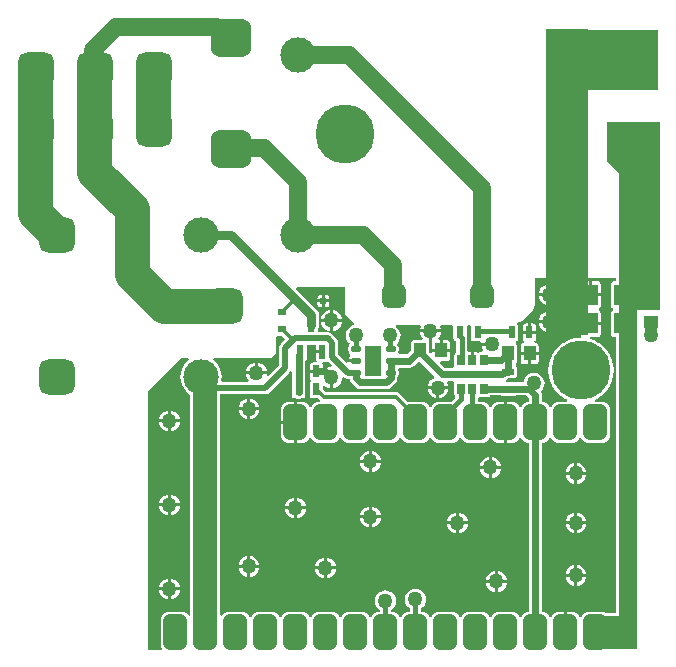
<source format=gtl>
G04 Layer_Physical_Order=1*
G04 Layer_Color=255*
%FSAX24Y24*%
%MOIN*%
G70*
G01*
G75*
%ADD10C,0.0157*%
%ADD11R,0.0197X0.0197*%
%ADD12R,0.0236X0.0394*%
%ADD13R,0.0394X0.0512*%
%ADD14R,0.0394X0.0236*%
%ADD15R,0.0256X0.0354*%
G04:AMPARAMS|DCode=16|XSize=17.7mil|YSize=33.5mil|CornerRadius=4.4mil|HoleSize=0mil|Usage=FLASHONLY|Rotation=90.000|XOffset=0mil|YOffset=0mil|HoleType=Round|Shape=RoundedRectangle|*
%AMROUNDEDRECTD16*
21,1,0.0177,0.0246,0,0,90.0*
21,1,0.0089,0.0335,0,0,90.0*
1,1,0.0089,0.0123,0.0044*
1,1,0.0089,0.0123,-0.0044*
1,1,0.0089,-0.0123,-0.0044*
1,1,0.0089,-0.0123,0.0044*
%
%ADD16ROUNDEDRECTD16*%
%ADD17R,0.0551X0.0984*%
%ADD18R,0.0512X0.0394*%
%ADD19R,0.0472X0.0709*%
G04:AMPARAMS|DCode=20|XSize=128mil|YSize=135mil|CornerRadius=32mil|HoleSize=0mil|Usage=FLASHONLY|Rotation=270.000|XOffset=0mil|YOffset=0mil|HoleType=Round|Shape=RoundedRectangle|*
%AMROUNDEDRECTD20*
21,1,0.1280,0.0711,0,0,270.0*
21,1,0.0640,0.1350,0,0,270.0*
1,1,0.0640,-0.0355,-0.0320*
1,1,0.0640,-0.0355,0.0320*
1,1,0.0640,0.0355,0.0320*
1,1,0.0640,0.0355,-0.0320*
%
%ADD20ROUNDEDRECTD20*%
%ADD21R,0.0236X0.0453*%
G04:AMPARAMS|DCode=22|XSize=118.1mil|YSize=78.7mil|CornerRadius=19.7mil|HoleSize=0mil|Usage=FLASHONLY|Rotation=270.000|XOffset=0mil|YOffset=0mil|HoleType=Round|Shape=RoundedRectangle|*
%AMROUNDEDRECTD22*
21,1,0.1181,0.0394,0,0,270.0*
21,1,0.0787,0.0787,0,0,270.0*
1,1,0.0394,-0.0197,-0.0394*
1,1,0.0394,-0.0197,0.0394*
1,1,0.0394,0.0197,0.0394*
1,1,0.0394,0.0197,-0.0394*
%
%ADD22ROUNDEDRECTD22*%
%ADD23R,0.0315X0.0236*%
%ADD24C,0.1181*%
%ADD25C,0.0591*%
%ADD26C,0.0787*%
%ADD27C,0.0197*%
%ADD28C,0.0118*%
%ADD29C,0.0315*%
%ADD30C,0.0236*%
%ADD31C,0.0120*%
%ADD32C,0.0098*%
%ADD33C,0.0400*%
%ADD34R,0.1400X1.0200*%
%ADD35R,0.3400X0.2050*%
%ADD36C,0.1181*%
G04:AMPARAMS|DCode=37|XSize=78.7mil|YSize=78.7mil|CornerRadius=19.7mil|HoleSize=0mil|Usage=FLASHONLY|Rotation=180.000|XOffset=0mil|YOffset=0mil|HoleType=Round|Shape=RoundedRectangle|*
%AMROUNDEDRECTD37*
21,1,0.0787,0.0394,0,0,180.0*
21,1,0.0394,0.0787,0,0,180.0*
1,1,0.0394,-0.0197,0.0197*
1,1,0.0394,0.0197,0.0197*
1,1,0.0394,0.0197,-0.0197*
1,1,0.0394,-0.0197,-0.0197*
%
%ADD37ROUNDEDRECTD37*%
G04:AMPARAMS|DCode=38|XSize=118.1mil|YSize=118.1mil|CornerRadius=29.5mil|HoleSize=0mil|Usage=FLASHONLY|Rotation=90.000|XOffset=0mil|YOffset=0mil|HoleType=Round|Shape=RoundedRectangle|*
%AMROUNDEDRECTD38*
21,1,0.1181,0.0591,0,0,90.0*
21,1,0.0591,0.1181,0,0,90.0*
1,1,0.0591,0.0295,0.0295*
1,1,0.0591,0.0295,-0.0295*
1,1,0.0591,-0.0295,-0.0295*
1,1,0.0591,-0.0295,0.0295*
%
%ADD38ROUNDEDRECTD38*%
G04:AMPARAMS|DCode=39|XSize=118.1mil|YSize=118.1mil|CornerRadius=29.5mil|HoleSize=0mil|Usage=FLASHONLY|Rotation=0.000|XOffset=0mil|YOffset=0mil|HoleType=Round|Shape=RoundedRectangle|*
%AMROUNDEDRECTD39*
21,1,0.1181,0.0591,0,0,0.0*
21,1,0.0591,0.1181,0,0,0.0*
1,1,0.0591,0.0295,-0.0295*
1,1,0.0591,-0.0295,-0.0295*
1,1,0.0591,-0.0295,0.0295*
1,1,0.0591,0.0295,0.0295*
%
%ADD39ROUNDEDRECTD39*%
%ADD40C,0.1968*%
%ADD41C,0.0500*%
G36*
X020063Y039222D02*
X019907Y039066D01*
X019863Y039001D01*
X019848Y038923D01*
X019848Y038334D01*
X019502Y037988D01*
X019446Y038008D01*
X019441Y038012D01*
X019446Y038050D01*
X018754Y038050D01*
X018759Y038009D01*
X018794Y037923D01*
X018841Y037862D01*
X018823Y037802D01*
X017976Y037802D01*
X017936Y037862D01*
X017947Y037976D01*
X017934Y038111D01*
X017894Y038241D01*
X017830Y038361D01*
X017744Y038466D01*
X017654Y038540D01*
X017673Y038600D01*
X019600Y038600D01*
X019750Y038750D01*
X019750Y039292D01*
X019793Y039344D01*
X019941Y039344D01*
X020063Y039222D01*
X020063Y039222D02*
G37*
G36*
X026257Y039647D02*
X026257Y039253D01*
X026265Y039214D01*
X026287Y039181D01*
X026320Y039159D01*
X026359Y039151D01*
X026551Y039151D01*
X026597Y039100D01*
X026950Y039100D01*
X026950Y039000D01*
X026604Y039000D01*
X026609Y038959D01*
X026644Y038873D01*
X026658Y038855D01*
X026632Y038802D01*
X026546Y038802D01*
X026507Y038794D01*
X026487Y038780D01*
X026467Y038794D01*
X026428Y038802D01*
X026350Y038802D01*
X026350Y038522D01*
X026250Y038522D01*
X026250Y038802D01*
X026172Y038802D01*
X026132Y038855D01*
X026132Y039250D01*
X026118Y039320D01*
X026107Y039337D01*
X026107Y039647D01*
X026151Y039694D01*
X026213Y039694D01*
X026257Y039647D01*
X026257Y039647D02*
G37*
G36*
X022050Y040050D02*
X022347Y039753D01*
X022342Y039720D01*
X022328Y039687D01*
X022253Y039656D01*
X022180Y039600D01*
X022123Y039527D01*
X022088Y039441D01*
X022076Y039350D01*
X022088Y039259D01*
X022123Y039173D01*
X022180Y039100D01*
X022203Y039082D01*
X022202Y039042D01*
X022170Y038994D01*
X022159Y038938D01*
X022159Y038849D01*
X022170Y038793D01*
X022202Y038745D01*
X022223Y038731D01*
X022223Y038662D01*
X022202Y038648D01*
X022170Y038601D01*
X022160Y038550D01*
X022429Y038550D01*
X022429Y038450D01*
X022144Y038450D01*
X022102Y038434D01*
X021819Y038717D01*
X021819Y039109D01*
X021803Y039186D01*
X021760Y039252D01*
X021618Y039393D01*
X021553Y039437D01*
X021475Y039452D01*
X021152Y039452D01*
X021146Y039459D01*
X021146Y039550D01*
X021151Y039556D01*
X021177Y039619D01*
X021186Y039686D01*
X021186Y040024D01*
X021177Y040091D01*
X021151Y040154D01*
X021110Y040208D01*
X020534Y040784D01*
X020423Y040895D01*
X020446Y040950D01*
X022050Y040950D01*
X022050Y040050D01*
X022050Y040050D02*
G37*
G36*
X025667Y039647D02*
X025667Y039253D01*
X025675Y039214D01*
X025697Y039181D01*
X025730Y039159D01*
X025768Y039151D01*
X025768Y038796D01*
X025759Y038794D01*
X025726Y038772D01*
X025704Y038739D01*
X025696Y038700D01*
X025696Y038345D01*
X025699Y038332D01*
X025664Y038279D01*
X025654Y038272D01*
X025385Y038272D01*
X025221Y038437D01*
X025244Y038492D01*
X025451Y038492D01*
X025490Y038500D01*
X025523Y038522D01*
X025545Y038555D01*
X025553Y038594D01*
X025553Y038800D01*
X025254Y038800D01*
X024956Y038800D01*
X024956Y038780D01*
X024900Y038758D01*
X024844Y038813D01*
X024844Y039094D01*
X024859Y039113D01*
X024900Y039123D01*
X024941Y039113D01*
X024956Y039094D01*
X024956Y038900D01*
X025204Y038900D01*
X025204Y039208D01*
X025187Y039208D01*
X025163Y039268D01*
X025206Y039323D01*
X025241Y039409D01*
X025246Y039450D01*
X024554Y039450D01*
X024559Y039409D01*
X024594Y039323D01*
X024637Y039268D01*
X024613Y039208D01*
X024349Y039208D01*
X024310Y039200D01*
X024277Y039178D01*
X024255Y039145D01*
X024247Y039106D01*
X024247Y038866D01*
X024104Y038722D01*
X023855Y038722D01*
X023823Y038782D01*
X023830Y038793D01*
X023841Y038849D01*
X023841Y038938D01*
X023830Y038994D01*
X023798Y039042D01*
X023797Y039061D01*
X023806Y039109D01*
X023856Y039173D01*
X023891Y039259D01*
X023903Y039350D01*
X023891Y039441D01*
X023856Y039527D01*
X023800Y039600D01*
X023747Y039640D01*
X023767Y039700D01*
X024539Y039700D01*
X024579Y039640D01*
X024559Y039591D01*
X024554Y039550D01*
X025246Y039550D01*
X025241Y039591D01*
X025221Y039640D01*
X025261Y039700D01*
X025617Y039700D01*
X025667Y039647D01*
X025667Y039647D02*
G37*
G36*
X021080Y039026D02*
X021080Y038850D01*
X021300Y038850D01*
X021300Y038750D01*
X021080Y038750D01*
X021080Y038574D01*
X021088Y038535D01*
X021105Y038509D01*
X021097Y038478D01*
X021081Y038449D01*
X020977Y038449D01*
X020938Y038441D01*
X020905Y038419D01*
X020883Y038386D01*
X020875Y038347D01*
X020875Y038200D01*
X021095Y038200D01*
X021095Y038100D01*
X020875Y038100D01*
X020875Y037953D01*
X020883Y037914D01*
X020905Y037881D01*
X020905Y037819D01*
X020883Y037786D01*
X020875Y037747D01*
X020875Y037353D01*
X020883Y037314D01*
X020905Y037281D01*
X020938Y037259D01*
X020977Y037251D01*
X021163Y037251D01*
X021211Y037203D01*
X021208Y037177D01*
X021190Y037141D01*
X021126Y037133D01*
X021053Y037103D01*
X020991Y037055D01*
X020944Y036993D01*
X020932Y036966D01*
X020868Y036966D01*
X020856Y036993D01*
X020809Y037055D01*
X020747Y037103D01*
X020674Y037133D01*
X020597Y037143D01*
X020450Y037143D01*
X020450Y036450D01*
X020450Y035757D01*
X020597Y035757D01*
X020674Y035767D01*
X020747Y035797D01*
X020809Y035845D01*
X020856Y035907D01*
X020868Y035934D01*
X020932Y035934D01*
X020944Y035907D01*
X020991Y035845D01*
X021053Y035797D01*
X021126Y035767D01*
X021203Y035757D01*
X021597Y035757D01*
X021674Y035767D01*
X021747Y035797D01*
X021809Y035845D01*
X021856Y035907D01*
X021868Y035934D01*
X021932Y035934D01*
X021944Y035907D01*
X021991Y035845D01*
X022053Y035797D01*
X022126Y035767D01*
X022203Y035757D01*
X022597Y035757D01*
X022674Y035767D01*
X022747Y035797D01*
X022809Y035845D01*
X022856Y035907D01*
X022868Y035934D01*
X022932Y035934D01*
X022944Y035907D01*
X022991Y035845D01*
X023053Y035797D01*
X023126Y035767D01*
X023203Y035757D01*
X023597Y035757D01*
X023674Y035767D01*
X023747Y035797D01*
X023809Y035845D01*
X023856Y035907D01*
X023868Y035934D01*
X023932Y035934D01*
X023944Y035907D01*
X023991Y035845D01*
X024053Y035797D01*
X024126Y035767D01*
X024203Y035757D01*
X024597Y035757D01*
X024674Y035767D01*
X024747Y035797D01*
X024809Y035845D01*
X024856Y035907D01*
X024868Y035934D01*
X024932Y035934D01*
X024944Y035907D01*
X024991Y035845D01*
X025053Y035797D01*
X025126Y035767D01*
X025203Y035757D01*
X025597Y035757D01*
X025674Y035767D01*
X025747Y035797D01*
X025809Y035845D01*
X025856Y035907D01*
X025868Y035934D01*
X025932Y035934D01*
X025944Y035907D01*
X025991Y035845D01*
X026053Y035797D01*
X026126Y035767D01*
X026203Y035757D01*
X026597Y035757D01*
X026674Y035767D01*
X026747Y035797D01*
X026809Y035845D01*
X026856Y035907D01*
X026868Y035934D01*
X026932Y035934D01*
X026944Y035907D01*
X026991Y035845D01*
X027053Y035797D01*
X027126Y035767D01*
X027203Y035757D01*
X027350Y035757D01*
X027350Y036450D01*
X027350Y037143D01*
X027203Y037143D01*
X027126Y037133D01*
X027053Y037103D01*
X026991Y037055D01*
X026944Y036993D01*
X026932Y036966D01*
X026868Y036966D01*
X026856Y036993D01*
X026809Y037055D01*
X026747Y037103D01*
X026674Y037133D01*
X026597Y037143D01*
X026482Y037143D01*
X026482Y037255D01*
X026483Y037257D01*
X026542Y037299D01*
X026546Y037298D01*
X026802Y037298D01*
X026841Y037306D01*
X026874Y037328D01*
X026892Y037355D01*
X027245Y037355D01*
X027264Y037342D01*
X027303Y037335D01*
X027697Y037335D01*
X027736Y037342D01*
X027755Y037355D01*
X028080Y037355D01*
X028178Y037258D01*
X028178Y037140D01*
X028126Y037133D01*
X028053Y037103D01*
X027991Y037055D01*
X027944Y036993D01*
X027932Y036966D01*
X027868Y036966D01*
X027856Y036993D01*
X027809Y037055D01*
X027747Y037103D01*
X027674Y037133D01*
X027597Y037143D01*
X027450Y037143D01*
X027450Y036450D01*
X027450Y035757D01*
X027597Y035757D01*
X027674Y035767D01*
X027747Y035797D01*
X027809Y035845D01*
X027856Y035907D01*
X027868Y035934D01*
X027932Y035934D01*
X027944Y035907D01*
X027991Y035845D01*
X028053Y035797D01*
X028126Y035767D01*
X028178Y035760D01*
X028178Y030140D01*
X028126Y030133D01*
X028053Y030103D01*
X027991Y030055D01*
X027944Y029993D01*
X027932Y029966D01*
X027868Y029966D01*
X027856Y029993D01*
X027809Y030055D01*
X027747Y030103D01*
X027674Y030133D01*
X027597Y030143D01*
X027203Y030143D01*
X027126Y030133D01*
X027053Y030103D01*
X026991Y030055D01*
X026944Y029993D01*
X026932Y029966D01*
X026868Y029966D01*
X026856Y029993D01*
X026809Y030055D01*
X026747Y030103D01*
X026674Y030133D01*
X026597Y030143D01*
X026203Y030143D01*
X026126Y030133D01*
X026053Y030103D01*
X025991Y030055D01*
X025944Y029993D01*
X025932Y029966D01*
X025868Y029966D01*
X025856Y029993D01*
X025809Y030055D01*
X025747Y030103D01*
X025674Y030133D01*
X025597Y030143D01*
X025203Y030143D01*
X025126Y030133D01*
X025053Y030103D01*
X024991Y030055D01*
X024944Y029993D01*
X024932Y029966D01*
X024868Y029966D01*
X024856Y029993D01*
X024809Y030055D01*
X024747Y030103D01*
X024674Y030133D01*
X024597Y030143D01*
X024582Y030143D01*
X024582Y030249D01*
X024650Y030300D01*
X024706Y030373D01*
X024741Y030459D01*
X024753Y030550D01*
X024741Y030641D01*
X024706Y030727D01*
X024650Y030800D01*
X024577Y030856D01*
X024491Y030891D01*
X024400Y030903D01*
X024309Y030891D01*
X024223Y030856D01*
X024150Y030800D01*
X024094Y030727D01*
X024059Y030641D01*
X024047Y030550D01*
X024059Y030459D01*
X024094Y030373D01*
X024150Y030300D01*
X024218Y030249D01*
X024218Y030143D01*
X024203Y030143D01*
X024126Y030133D01*
X024053Y030103D01*
X023991Y030055D01*
X023944Y029993D01*
X023932Y029966D01*
X023868Y029966D01*
X023856Y029993D01*
X023809Y030055D01*
X023747Y030103D01*
X023674Y030133D01*
X023597Y030143D01*
X023589Y030143D01*
X023588Y030203D01*
X023650Y030250D01*
X023706Y030323D01*
X023741Y030409D01*
X023753Y030500D01*
X023741Y030591D01*
X023706Y030677D01*
X023650Y030750D01*
X023577Y030806D01*
X023491Y030841D01*
X023400Y030853D01*
X023309Y030841D01*
X023223Y030806D01*
X023150Y030750D01*
X023094Y030677D01*
X023059Y030591D01*
X023047Y030500D01*
X023059Y030409D01*
X023094Y030323D01*
X023150Y030250D01*
X023212Y030203D01*
X023211Y030143D01*
X023203Y030143D01*
X023126Y030133D01*
X023053Y030103D01*
X022991Y030055D01*
X022944Y029993D01*
X022932Y029966D01*
X022868Y029966D01*
X022856Y029993D01*
X022809Y030055D01*
X022747Y030103D01*
X022674Y030133D01*
X022597Y030143D01*
X022203Y030143D01*
X022126Y030133D01*
X022053Y030103D01*
X021991Y030055D01*
X021944Y029993D01*
X021932Y029966D01*
X021868Y029966D01*
X021856Y029993D01*
X021809Y030055D01*
X021747Y030103D01*
X021674Y030133D01*
X021597Y030143D01*
X021203Y030143D01*
X021126Y030133D01*
X021053Y030103D01*
X020991Y030055D01*
X020944Y029993D01*
X020932Y029966D01*
X020868Y029966D01*
X020856Y029993D01*
X020809Y030055D01*
X020747Y030103D01*
X020674Y030133D01*
X020597Y030143D01*
X020203Y030143D01*
X020126Y030133D01*
X020053Y030103D01*
X019991Y030055D01*
X019944Y029993D01*
X019932Y029966D01*
X019868Y029966D01*
X019856Y029993D01*
X019809Y030055D01*
X019747Y030103D01*
X019674Y030133D01*
X019597Y030143D01*
X019203Y030143D01*
X019126Y030133D01*
X019053Y030103D01*
X018991Y030055D01*
X018944Y029993D01*
X018932Y029966D01*
X018868Y029966D01*
X018856Y029993D01*
X018809Y030055D01*
X018747Y030103D01*
X018674Y030133D01*
X018597Y030143D01*
X018203Y030143D01*
X018126Y030133D01*
X018053Y030103D01*
X017991Y030055D01*
X017958Y030012D01*
X017898Y030032D01*
X017898Y037398D01*
X019400Y037398D01*
X019477Y037413D01*
X019543Y037457D01*
X020193Y038107D01*
X020222Y038151D01*
X020227Y038151D01*
X020282Y038133D01*
X020282Y037450D01*
X020285Y037438D01*
X020285Y037353D01*
X020292Y037314D01*
X020315Y037281D01*
X020348Y037259D01*
X020387Y037251D01*
X020410Y037251D01*
X020420Y037245D01*
X020505Y037228D01*
X020590Y037245D01*
X020600Y037251D01*
X020623Y037251D01*
X020662Y037259D01*
X020695Y037281D01*
X020717Y037314D01*
X020725Y037353D01*
X020725Y037438D01*
X020727Y037450D01*
X020727Y038150D01*
X020727Y038491D01*
X020742Y038502D01*
X020764Y038535D01*
X020772Y038574D01*
X020772Y039026D01*
X020790Y039048D01*
X021062Y039048D01*
X021080Y039026D01*
X021080Y039026D02*
G37*
G36*
X031098Y041156D02*
X031026Y041156D01*
X030987Y041149D01*
X030953Y041126D01*
X030931Y041093D01*
X030924Y041054D01*
X030924Y040346D01*
X030931Y040307D01*
X030953Y040274D01*
X030977Y040258D01*
X030982Y040225D01*
X030977Y040192D01*
X030953Y040176D01*
X030931Y040143D01*
X030924Y040104D01*
X030924Y039396D01*
X030931Y039357D01*
X030953Y039324D01*
X030987Y039301D01*
X031026Y039294D01*
X031098Y039294D01*
X031098Y030102D01*
X030748Y030102D01*
X030747Y030103D01*
X030674Y030133D01*
X030597Y030143D01*
X030203Y030143D01*
X030126Y030133D01*
X030053Y030103D01*
X029991Y030055D01*
X029944Y029993D01*
X029932Y029966D01*
X029868Y029966D01*
X029856Y029993D01*
X029809Y030055D01*
X029747Y030103D01*
X029674Y030133D01*
X029597Y030143D01*
X029450Y030143D01*
X029450Y029450D01*
X029350Y029450D01*
X029350Y030143D01*
X029203Y030143D01*
X029126Y030133D01*
X029053Y030103D01*
X028991Y030055D01*
X028944Y029993D01*
X028932Y029966D01*
X028868Y029966D01*
X028856Y029993D01*
X028809Y030055D01*
X028747Y030103D01*
X028674Y030133D01*
X028622Y030140D01*
X028622Y035760D01*
X028674Y035767D01*
X028747Y035797D01*
X028809Y035845D01*
X028856Y035907D01*
X028868Y035934D01*
X028932Y035934D01*
X028944Y035907D01*
X028991Y035845D01*
X029053Y035797D01*
X029126Y035767D01*
X029203Y035757D01*
X029597Y035757D01*
X029674Y035767D01*
X029747Y035797D01*
X029809Y035845D01*
X029856Y035907D01*
X029868Y035934D01*
X029932Y035934D01*
X029944Y035907D01*
X029991Y035845D01*
X030053Y035797D01*
X030126Y035767D01*
X030203Y035757D01*
X030597Y035757D01*
X030674Y035767D01*
X030747Y035797D01*
X030809Y035845D01*
X030856Y035907D01*
X030886Y035979D01*
X030896Y036056D01*
X030896Y036844D01*
X030886Y036921D01*
X030856Y036993D01*
X030809Y037055D01*
X030747Y037103D01*
X030674Y037133D01*
X030597Y037143D01*
X030396Y037143D01*
X030381Y037203D01*
X030404Y037215D01*
X030415Y037220D01*
X030432Y037230D01*
X030519Y037277D01*
X030527Y037283D01*
X030535Y037288D01*
X030685Y037411D01*
X030692Y037419D01*
X030699Y037425D01*
X030822Y037575D01*
X030827Y037584D01*
X030834Y037591D01*
X030880Y037678D01*
X030890Y037695D01*
X030895Y037706D01*
X030925Y037762D01*
X030928Y037772D01*
X030933Y037781D01*
X030951Y037842D01*
X030956Y037853D01*
X030960Y037872D01*
X030989Y037966D01*
X030990Y037976D01*
X030993Y037986D01*
X031012Y038179D01*
X031011Y038189D01*
X031012Y038199D01*
X030993Y038392D01*
X030990Y038402D01*
X030989Y038412D01*
X030960Y038505D01*
X030956Y038525D01*
X030951Y038536D01*
X030933Y038597D01*
X030928Y038606D01*
X030925Y038616D01*
X030895Y038672D01*
X030890Y038683D01*
X030880Y038700D01*
X030834Y038787D01*
X030827Y038794D01*
X030822Y038803D01*
X030699Y038953D01*
X030692Y038959D01*
X030685Y038967D01*
X030535Y039090D01*
X030527Y039095D01*
X030519Y039101D01*
X030432Y039148D01*
X030415Y039158D01*
X030404Y039163D01*
X030348Y039193D01*
X030338Y039196D01*
X030329Y039200D01*
X030269Y039219D01*
X030257Y039223D01*
X030238Y039228D01*
X030219Y039234D01*
X030228Y039294D01*
X030474Y039294D01*
X030513Y039301D01*
X030547Y039324D01*
X030569Y039357D01*
X030576Y039396D01*
X030576Y039700D01*
X030238Y039700D01*
X029900Y039700D01*
X029900Y039396D01*
X029908Y039357D01*
X029920Y039339D01*
X029917Y039320D01*
X029903Y039290D01*
X029894Y039278D01*
X029718Y039260D01*
X029709Y039258D01*
X029699Y039257D01*
X029605Y039228D01*
X029585Y039223D01*
X029574Y039219D01*
X029513Y039200D01*
X029504Y039196D01*
X029495Y039193D01*
X029439Y039163D01*
X029427Y039158D01*
X029410Y039148D01*
X029324Y039101D01*
X029316Y039095D01*
X029307Y039090D01*
X029157Y038967D01*
X029151Y038959D01*
X029143Y038953D01*
X029020Y038803D01*
X029015Y038794D01*
X029009Y038787D01*
X028963Y038700D01*
X028952Y038683D01*
X028948Y038672D01*
X028918Y038616D01*
X028915Y038606D01*
X028910Y038597D01*
X028892Y038536D01*
X028887Y038525D01*
X028882Y038505D01*
X028854Y038412D01*
X028853Y038402D01*
X028850Y038392D01*
X028831Y038199D01*
X028832Y038189D01*
X028831Y038179D01*
X028850Y037986D01*
X028853Y037976D01*
X028854Y037966D01*
X028882Y037872D01*
X028887Y037853D01*
X028892Y037842D01*
X028910Y037781D01*
X028915Y037772D01*
X028918Y037762D01*
X028948Y037706D01*
X028952Y037695D01*
X028963Y037678D01*
X029009Y037591D01*
X029015Y037584D01*
X029020Y037575D01*
X029143Y037425D01*
X029151Y037419D01*
X029157Y037411D01*
X029307Y037288D01*
X029316Y037283D01*
X029324Y037277D01*
X029410Y037230D01*
X029427Y037220D01*
X029439Y037215D01*
X029461Y037203D01*
X029446Y037143D01*
X029203Y037143D01*
X029126Y037133D01*
X029053Y037103D01*
X028991Y037055D01*
X028944Y036993D01*
X028932Y036966D01*
X028868Y036966D01*
X028856Y036993D01*
X028809Y037055D01*
X028747Y037103D01*
X028674Y037133D01*
X028622Y037140D01*
X028622Y037350D01*
X028622Y037350D01*
X028605Y037435D01*
X028575Y037481D01*
X028600Y037500D01*
X028656Y037573D01*
X028691Y037659D01*
X028703Y037750D01*
X028691Y037841D01*
X028656Y037927D01*
X028600Y038000D01*
X028527Y038056D01*
X028441Y038091D01*
X028350Y038103D01*
X028259Y038091D01*
X028173Y038056D01*
X028100Y038000D01*
X028044Y037927D01*
X028009Y037841D01*
X028004Y037800D01*
X027426Y037800D01*
X027408Y037860D01*
X027457Y037893D01*
X027487Y037923D01*
X027500Y037923D01*
X027512Y037925D01*
X027697Y037925D01*
X027736Y037933D01*
X027769Y037955D01*
X027791Y037988D01*
X027799Y038027D01*
X027799Y038263D01*
X027791Y038302D01*
X027769Y038335D01*
X027752Y038347D01*
X027751Y038349D01*
X027749Y038404D01*
X027752Y038414D01*
X027765Y038422D01*
X027787Y038455D01*
X027794Y038494D01*
X027794Y039006D01*
X027787Y039045D01*
X027765Y039078D01*
X027741Y039094D01*
X027741Y039133D01*
X027748Y039156D01*
X027762Y039159D01*
X027795Y039181D01*
X027817Y039214D01*
X027825Y039253D01*
X027825Y039647D01*
X027817Y039686D01*
X027795Y039719D01*
X027793Y039743D01*
X027832Y039782D01*
X027855Y039786D01*
X027864Y039790D01*
X027874Y039792D01*
X027874Y039792D01*
X027885Y039795D01*
X027894Y039801D01*
X027895Y039801D01*
X027904Y039807D01*
X027913Y039811D01*
X027933Y039824D01*
X027940Y039831D01*
X027948Y039836D01*
X027948Y039837D01*
X027957Y039843D01*
X028307Y040193D01*
X028307Y040193D01*
X028313Y040202D01*
X028314Y040202D01*
X028319Y040210D01*
X028326Y040217D01*
X028339Y040237D01*
X028343Y040246D01*
X028349Y040255D01*
X028349Y040256D01*
X028355Y040265D01*
X028358Y040276D01*
X028358Y040276D01*
X028360Y040286D01*
X028364Y040295D01*
X028368Y040318D01*
X028368Y040328D01*
X028370Y040338D01*
X028370Y040339D01*
X028372Y040350D01*
X028372Y040350D01*
X028372Y041250D01*
X031098Y041250D01*
X031098Y041156D01*
X031098Y041156D02*
G37*
G36*
X025033Y037995D02*
X025019Y037925D01*
X024973Y037906D01*
X024900Y037850D01*
X024844Y037777D01*
X024809Y037691D01*
X024804Y037650D01*
X025496Y037650D01*
X025491Y037691D01*
X025459Y037768D01*
X025483Y037828D01*
X025654Y037828D01*
X025664Y037821D01*
X025699Y037768D01*
X025696Y037755D01*
X025696Y037400D01*
X025704Y037361D01*
X025726Y037328D01*
X025709Y037267D01*
X025585Y037143D01*
X025203Y037143D01*
X025126Y037133D01*
X025053Y037103D01*
X024991Y037055D01*
X024944Y036993D01*
X024932Y036966D01*
X024868Y036966D01*
X024856Y036993D01*
X024809Y037055D01*
X024747Y037103D01*
X024674Y037133D01*
X024597Y037143D01*
X024203Y037143D01*
X024145Y037135D01*
X023865Y037415D01*
X023812Y037451D01*
X023750Y037463D01*
X021413Y037463D01*
X021315Y037561D01*
X021315Y037652D01*
X021375Y037681D01*
X021423Y037644D01*
X021509Y037609D01*
X021550Y037604D01*
X021550Y037950D01*
X021650Y037950D01*
X021650Y037604D01*
X021691Y037609D01*
X021777Y037644D01*
X021850Y037700D01*
X021906Y037773D01*
X021941Y037859D01*
X021950Y037929D01*
X021976Y037946D01*
X021998Y037954D01*
X022012Y037956D01*
X022066Y037919D01*
X022144Y037904D01*
X022210Y037904D01*
X022224Y037836D01*
X022272Y037764D01*
X022407Y037629D01*
X022407Y037629D01*
X022479Y037581D01*
X022564Y037564D01*
X022564Y037564D01*
X023436Y037564D01*
X023436Y037564D01*
X023521Y037581D01*
X023593Y037629D01*
X023728Y037764D01*
X023728Y037764D01*
X023776Y037836D01*
X023793Y037921D01*
X023793Y037921D01*
X023793Y037955D01*
X023798Y037958D01*
X023830Y038006D01*
X023841Y038062D01*
X023841Y038151D01*
X023830Y038207D01*
X023823Y038218D01*
X023855Y038278D01*
X024196Y038278D01*
X024196Y038278D01*
X024281Y038295D01*
X024353Y038343D01*
X024484Y038474D01*
X024555Y038474D01*
X025033Y037995D01*
X025033Y037995D02*
G37*
G36*
X021605Y038359D02*
X021579Y038300D01*
X021509Y038291D01*
X021423Y038256D01*
X021375Y038219D01*
X021315Y038248D01*
X021315Y038347D01*
X021308Y038386D01*
X021290Y038412D01*
X021299Y038443D01*
X021315Y038472D01*
X021418Y038472D01*
X021457Y038479D01*
X021474Y038490D01*
X021605Y038359D01*
X021605Y038359D02*
G37*
G36*
X032550Y040200D02*
X031800Y040200D01*
X031800Y028900D01*
X030100Y028900D01*
X030100Y030000D01*
X031200Y030000D01*
X031200Y044750D01*
X030800Y045150D01*
X030800Y046450D01*
X032550Y046450D01*
X032550Y040200D01*
X032550Y040200D02*
G37*
G36*
X016852Y038540D02*
X016762Y038466D01*
X016676Y038361D01*
X016612Y038241D01*
X016573Y038111D01*
X016559Y037976D01*
X016573Y037840D01*
X016612Y037710D01*
X016676Y037590D01*
X016762Y037485D01*
X016868Y037399D01*
X016902Y037380D01*
X016902Y030032D01*
X016842Y030012D01*
X016809Y030055D01*
X016747Y030103D01*
X016674Y030133D01*
X016597Y030143D01*
X016203Y030143D01*
X016126Y030133D01*
X016053Y030103D01*
X015991Y030055D01*
X015944Y029993D01*
X015914Y029921D01*
X015904Y029844D01*
X015904Y029056D01*
X015914Y028979D01*
X015944Y028907D01*
X015946Y028904D01*
X015919Y028850D01*
X015500Y028850D01*
X015500Y037500D01*
X016600Y038600D01*
X016833Y038600D01*
X016852Y038540D01*
X016852Y038540D02*
G37*
%LPC*%
G36*
X019050Y038446D02*
X019009Y038441D01*
X018923Y038406D01*
X018850Y038350D01*
X018794Y038277D01*
X018759Y038191D01*
X018754Y038150D01*
X019050Y038150D01*
X019050Y038446D01*
X019050Y038446D02*
G37*
G36*
X019150Y038446D02*
X019150Y038150D01*
X019446Y038150D01*
X019441Y038191D01*
X019406Y038277D01*
X019350Y038350D01*
X019277Y038406D01*
X019191Y038441D01*
X019150Y038446D01*
X019150Y038446D02*
G37*
G36*
X021946Y039800D02*
X021650Y039800D01*
X021650Y039504D01*
X021691Y039509D01*
X021777Y039544D01*
X021850Y039600D01*
X021906Y039673D01*
X021941Y039759D01*
X021946Y039800D01*
X021946Y039800D02*
G37*
G36*
X021650Y040196D02*
X021650Y039900D01*
X021946Y039900D01*
X021941Y039941D01*
X021906Y040027D01*
X021850Y040100D01*
X021777Y040156D01*
X021691Y040191D01*
X021650Y040196D01*
X021650Y040196D02*
G37*
G36*
X021550Y040196D02*
X021509Y040191D01*
X021423Y040156D01*
X021350Y040100D01*
X021294Y040027D01*
X021259Y039941D01*
X021254Y039900D01*
X021550Y039900D01*
X021550Y040196D01*
X021550Y040196D02*
G37*
G36*
X021550Y039800D02*
X021254Y039800D01*
X021259Y039759D01*
X021294Y039673D01*
X021350Y039600D01*
X021423Y039544D01*
X021509Y039509D01*
X021550Y039504D01*
X021550Y039800D01*
X021550Y039800D02*
G37*
G36*
X021432Y040700D02*
X021383Y040700D01*
X021383Y040550D01*
X021533Y040550D01*
X021533Y040598D01*
X021526Y040637D01*
X021504Y040671D01*
X021471Y040693D01*
X021432Y040700D01*
X021432Y040700D02*
G37*
G36*
X021283Y040700D02*
X021235Y040700D01*
X021196Y040693D01*
X021163Y040671D01*
X021140Y040637D01*
X021133Y040598D01*
X021133Y040550D01*
X021283Y040550D01*
X021283Y040700D01*
X021283Y040700D02*
G37*
G36*
X021533Y040450D02*
X021383Y040450D01*
X021383Y040300D01*
X021432Y040300D01*
X021471Y040307D01*
X021504Y040329D01*
X021526Y040363D01*
X021533Y040402D01*
X021533Y040450D01*
X021533Y040450D02*
G37*
G36*
X021283Y040450D02*
X021133Y040450D01*
X021133Y040402D01*
X021140Y040363D01*
X021163Y040329D01*
X021196Y040307D01*
X021235Y040300D01*
X021283Y040300D01*
X021283Y040450D01*
X021283Y040450D02*
G37*
G36*
X025451Y039208D02*
X025304Y039208D01*
X025304Y038900D01*
X025553Y038900D01*
X025553Y039106D01*
X025545Y039145D01*
X025523Y039178D01*
X025490Y039200D01*
X025451Y039208D01*
X025451Y039208D02*
G37*
G36*
X020350Y033550D02*
X020054Y033550D01*
X020059Y033509D01*
X020094Y033423D01*
X020150Y033350D01*
X020223Y033294D01*
X020309Y033259D01*
X020350Y033254D01*
X020350Y033550D01*
X020350Y033550D02*
G37*
G36*
X022850Y033250D02*
X022554Y033250D01*
X022559Y033209D01*
X022594Y033123D01*
X022650Y033050D01*
X022723Y032994D01*
X022809Y032959D01*
X022850Y032954D01*
X022850Y033250D01*
X022850Y033250D02*
G37*
G36*
X023246Y033250D02*
X022950Y033250D01*
X022950Y032954D01*
X022991Y032959D01*
X023077Y032994D01*
X023150Y033050D01*
X023206Y033123D01*
X023241Y033209D01*
X023246Y033250D01*
X023246Y033250D02*
G37*
G36*
X025850Y033446D02*
X025850Y033150D01*
X026146Y033150D01*
X026141Y033191D01*
X026106Y033277D01*
X026050Y033350D01*
X025977Y033406D01*
X025891Y033441D01*
X025850Y033446D01*
X025850Y033446D02*
G37*
G36*
X025750Y033446D02*
X025709Y033441D01*
X025623Y033406D01*
X025550Y033350D01*
X025494Y033277D01*
X025459Y033191D01*
X025454Y033150D01*
X025750Y033150D01*
X025750Y033446D01*
X025750Y033446D02*
G37*
G36*
X020746Y033550D02*
X020450Y033550D01*
X020450Y033254D01*
X020491Y033259D01*
X020577Y033294D01*
X020650Y033350D01*
X020706Y033423D01*
X020741Y033509D01*
X020746Y033550D01*
X020746Y033550D02*
G37*
G36*
X027246Y034900D02*
X026950Y034900D01*
X026950Y034604D01*
X026991Y034609D01*
X027077Y034644D01*
X027150Y034700D01*
X027206Y034773D01*
X027241Y034859D01*
X027246Y034900D01*
X027246Y034900D02*
G37*
G36*
X026850Y034900D02*
X026554Y034900D01*
X026559Y034859D01*
X026594Y034773D01*
X026650Y034700D01*
X026723Y034644D01*
X026809Y034609D01*
X026850Y034604D01*
X026850Y034900D01*
X026850Y034900D02*
G37*
G36*
X022950Y033646D02*
X022950Y033350D01*
X023246Y033350D01*
X023241Y033391D01*
X023206Y033477D01*
X023150Y033550D01*
X023077Y033606D01*
X022991Y033641D01*
X022950Y033646D01*
X022950Y033646D02*
G37*
G36*
X022850Y033646D02*
X022809Y033641D01*
X022723Y033606D01*
X022650Y033550D01*
X022594Y033477D01*
X022559Y033391D01*
X022554Y033350D01*
X022850Y033350D01*
X022850Y033646D01*
X022850Y033646D02*
G37*
G36*
X020450Y033946D02*
X020450Y033650D01*
X020746Y033650D01*
X020741Y033691D01*
X020706Y033777D01*
X020650Y033850D01*
X020577Y033906D01*
X020491Y033941D01*
X020450Y033946D01*
X020450Y033946D02*
G37*
G36*
X020350Y033946D02*
X020309Y033941D01*
X020223Y033906D01*
X020150Y033850D01*
X020094Y033777D01*
X020059Y033691D01*
X020054Y033650D01*
X020350Y033650D01*
X020350Y033946D01*
X020350Y033946D02*
G37*
G36*
X027050Y031496D02*
X027009Y031491D01*
X026923Y031456D01*
X026850Y031400D01*
X026794Y031327D01*
X026759Y031241D01*
X026754Y031200D01*
X027050Y031200D01*
X027050Y031496D01*
X027050Y031496D02*
G37*
G36*
X021746Y031550D02*
X021450Y031550D01*
X021450Y031254D01*
X021491Y031259D01*
X021577Y031294D01*
X021650Y031350D01*
X021706Y031423D01*
X021741Y031509D01*
X021746Y031550D01*
X021746Y031550D02*
G37*
G36*
X021350Y031550D02*
X021054Y031550D01*
X021059Y031509D01*
X021094Y031423D01*
X021150Y031350D01*
X021223Y031294D01*
X021309Y031259D01*
X021350Y031254D01*
X021350Y031550D01*
X021350Y031550D02*
G37*
G36*
X027150Y031496D02*
X027150Y031200D01*
X027446Y031200D01*
X027441Y031241D01*
X027406Y031327D01*
X027350Y031400D01*
X027277Y031456D01*
X027191Y031491D01*
X027150Y031496D01*
X027150Y031496D02*
G37*
G36*
X027050Y031100D02*
X026754Y031100D01*
X026759Y031059D01*
X026794Y030973D01*
X026850Y030900D01*
X026923Y030844D01*
X027009Y030809D01*
X027050Y030804D01*
X027050Y031100D01*
X027050Y031100D02*
G37*
G36*
X027446Y031100D02*
X027150Y031100D01*
X027150Y030804D01*
X027191Y030809D01*
X027277Y030844D01*
X027350Y030900D01*
X027406Y030973D01*
X027441Y031059D01*
X027446Y031100D01*
X027446Y031100D02*
G37*
G36*
X025750Y033050D02*
X025454Y033050D01*
X025459Y033009D01*
X025494Y032923D01*
X025550Y032850D01*
X025623Y032794D01*
X025709Y032759D01*
X025750Y032754D01*
X025750Y033050D01*
X025750Y033050D02*
G37*
G36*
X018900Y031996D02*
X018900Y031700D01*
X019196Y031700D01*
X019191Y031741D01*
X019156Y031827D01*
X019100Y031900D01*
X019027Y031956D01*
X018941Y031991D01*
X018900Y031996D01*
X018900Y031996D02*
G37*
G36*
X018800Y031996D02*
X018759Y031991D01*
X018673Y031956D01*
X018600Y031900D01*
X018544Y031827D01*
X018509Y031741D01*
X018504Y031700D01*
X018800Y031700D01*
X018800Y031996D01*
X018800Y031996D02*
G37*
G36*
X026146Y033050D02*
X025850Y033050D01*
X025850Y032754D01*
X025891Y032759D01*
X025977Y032794D01*
X026050Y032850D01*
X026106Y032923D01*
X026141Y033009D01*
X026146Y033050D01*
X026146Y033050D02*
G37*
G36*
X019196Y031600D02*
X018900Y031600D01*
X018900Y031304D01*
X018941Y031309D01*
X019027Y031344D01*
X019100Y031400D01*
X019156Y031473D01*
X019191Y031559D01*
X019196Y031600D01*
X019196Y031600D02*
G37*
G36*
X018800Y031600D02*
X018504Y031600D01*
X018509Y031559D01*
X018544Y031473D01*
X018600Y031400D01*
X018673Y031344D01*
X018759Y031309D01*
X018800Y031304D01*
X018800Y031600D01*
X018800Y031600D02*
G37*
G36*
X021450Y031946D02*
X021450Y031650D01*
X021746Y031650D01*
X021741Y031691D01*
X021706Y031777D01*
X021650Y031850D01*
X021577Y031906D01*
X021491Y031941D01*
X021450Y031946D01*
X021450Y031946D02*
G37*
G36*
X021350Y031946D02*
X021309Y031941D01*
X021223Y031906D01*
X021150Y031850D01*
X021094Y031777D01*
X021059Y031691D01*
X021054Y031650D01*
X021350Y031650D01*
X021350Y031946D01*
X021350Y031946D02*
G37*
G36*
X020350Y036400D02*
X019904Y036400D01*
X019904Y036056D01*
X019914Y035979D01*
X019944Y035907D01*
X019991Y035845D01*
X020053Y035797D01*
X020126Y035767D01*
X020203Y035757D01*
X020350Y035757D01*
X020350Y036400D01*
X020350Y036400D02*
G37*
G36*
X022950Y035496D02*
X022950Y035200D01*
X023246Y035200D01*
X023241Y035241D01*
X023206Y035327D01*
X023150Y035400D01*
X023077Y035456D01*
X022991Y035491D01*
X022950Y035496D01*
X022950Y035496D02*
G37*
G36*
X020350Y037143D02*
X020203Y037143D01*
X020126Y037133D01*
X020053Y037103D01*
X019991Y037055D01*
X019944Y036993D01*
X019914Y036921D01*
X019904Y036844D01*
X019904Y036500D01*
X020350Y036500D01*
X020350Y037143D01*
X020350Y037143D02*
G37*
G36*
X022850Y035496D02*
X022809Y035491D01*
X022723Y035456D01*
X022650Y035400D01*
X022594Y035327D01*
X022559Y035241D01*
X022554Y035200D01*
X022850Y035200D01*
X022850Y035496D01*
X022850Y035496D02*
G37*
G36*
X022850Y035100D02*
X022554Y035100D01*
X022559Y035059D01*
X022594Y034973D01*
X022650Y034900D01*
X022723Y034844D01*
X022809Y034809D01*
X022850Y034804D01*
X022850Y035100D01*
X022850Y035100D02*
G37*
G36*
X023246Y035100D02*
X022950Y035100D01*
X022950Y034804D01*
X022991Y034809D01*
X023077Y034844D01*
X023150Y034900D01*
X023206Y034973D01*
X023241Y035059D01*
X023246Y035100D01*
X023246Y035100D02*
G37*
G36*
X026950Y035296D02*
X026950Y035000D01*
X027246Y035000D01*
X027241Y035041D01*
X027206Y035127D01*
X027150Y035200D01*
X027077Y035256D01*
X026991Y035291D01*
X026950Y035296D01*
X026950Y035296D02*
G37*
G36*
X026850Y035296D02*
X026809Y035291D01*
X026723Y035256D01*
X026650Y035200D01*
X026594Y035127D01*
X026559Y035041D01*
X026554Y035000D01*
X026850Y035000D01*
X026850Y035296D01*
X026850Y035296D02*
G37*
G36*
X018800Y036850D02*
X018504Y036850D01*
X018509Y036809D01*
X018544Y036723D01*
X018600Y036650D01*
X018673Y036594D01*
X018759Y036559D01*
X018800Y036554D01*
X018800Y036850D01*
X018800Y036850D02*
G37*
G36*
X019196Y036850D02*
X018900Y036850D01*
X018900Y036554D01*
X018941Y036559D01*
X019027Y036594D01*
X019100Y036650D01*
X019156Y036723D01*
X019191Y036809D01*
X019196Y036850D01*
X019196Y036850D02*
G37*
G36*
X018900Y037246D02*
X018900Y036950D01*
X019196Y036950D01*
X019191Y036991D01*
X019156Y037077D01*
X019100Y037150D01*
X019027Y037206D01*
X018941Y037241D01*
X018900Y037246D01*
X018900Y037246D02*
G37*
G36*
X018800Y037246D02*
X018759Y037241D01*
X018673Y037206D01*
X018600Y037150D01*
X018544Y037077D01*
X018509Y036991D01*
X018504Y036950D01*
X018800Y036950D01*
X018800Y037246D01*
X018800Y037246D02*
G37*
G36*
X029700Y033446D02*
X029659Y033441D01*
X029573Y033406D01*
X029500Y033350D01*
X029444Y033277D01*
X029409Y033191D01*
X029404Y033150D01*
X029700Y033150D01*
X029700Y033446D01*
X029700Y033446D02*
G37*
G36*
X029800Y033446D02*
X029800Y033150D01*
X030096Y033150D01*
X030091Y033191D01*
X030056Y033277D01*
X030000Y033350D01*
X029927Y033406D01*
X029841Y033441D01*
X029800Y033446D01*
X029800Y033446D02*
G37*
G36*
X030096Y034700D02*
X029800Y034700D01*
X029800Y034404D01*
X029841Y034409D01*
X029927Y034444D01*
X030000Y034500D01*
X030056Y034573D01*
X030091Y034659D01*
X030096Y034700D01*
X030096Y034700D02*
G37*
G36*
X029700Y034700D02*
X029404Y034700D01*
X029409Y034659D01*
X029444Y034573D01*
X029500Y034500D01*
X029573Y034444D01*
X029659Y034409D01*
X029700Y034404D01*
X029700Y034700D01*
X029700Y034700D02*
G37*
G36*
X029700Y035096D02*
X029659Y035091D01*
X029573Y035056D01*
X029500Y035000D01*
X029444Y034927D01*
X029409Y034841D01*
X029404Y034800D01*
X029700Y034800D01*
X029700Y035096D01*
X029700Y035096D02*
G37*
G36*
X030096Y031300D02*
X029800Y031300D01*
X029800Y031004D01*
X029841Y031009D01*
X029927Y031044D01*
X030000Y031100D01*
X030056Y031173D01*
X030091Y031259D01*
X030096Y031300D01*
X030096Y031300D02*
G37*
G36*
X029700Y031300D02*
X029404Y031300D01*
X029409Y031259D01*
X029444Y031173D01*
X029500Y031100D01*
X029573Y031044D01*
X029659Y031009D01*
X029700Y031004D01*
X029700Y031300D01*
X029700Y031300D02*
G37*
G36*
X030096Y033050D02*
X029800Y033050D01*
X029800Y032754D01*
X029841Y032759D01*
X029927Y032794D01*
X030000Y032850D01*
X030056Y032923D01*
X030091Y033009D01*
X030096Y033050D01*
X030096Y033050D02*
G37*
G36*
X029700Y033050D02*
X029404Y033050D01*
X029409Y033009D01*
X029444Y032923D01*
X029500Y032850D01*
X029573Y032794D01*
X029659Y032759D01*
X029700Y032754D01*
X029700Y033050D01*
X029700Y033050D02*
G37*
G36*
X029700Y031696D02*
X029659Y031691D01*
X029573Y031656D01*
X029500Y031600D01*
X029444Y031527D01*
X029409Y031441D01*
X029404Y031400D01*
X029700Y031400D01*
X029700Y031696D01*
X029700Y031696D02*
G37*
G36*
X029800Y031696D02*
X029800Y031400D01*
X030096Y031400D01*
X030091Y031441D01*
X030056Y031527D01*
X030000Y031600D01*
X029927Y031656D01*
X029841Y031691D01*
X029800Y031696D01*
X029800Y031696D02*
G37*
G36*
X028800Y040146D02*
X028759Y040141D01*
X028673Y040106D01*
X028600Y040050D01*
X028544Y039977D01*
X028509Y039891D01*
X028504Y039850D01*
X028800Y039850D01*
X028800Y040146D01*
X028800Y040146D02*
G37*
G36*
X028900Y040146D02*
X028900Y039850D01*
X029196Y039850D01*
X029191Y039891D01*
X029156Y039977D01*
X029100Y040050D01*
X029027Y040106D01*
X028941Y040141D01*
X028900Y040146D01*
X028900Y040146D02*
G37*
G36*
X028800Y039750D02*
X028504Y039750D01*
X028509Y039709D01*
X028544Y039623D01*
X028600Y039550D01*
X028673Y039494D01*
X028759Y039459D01*
X028800Y039454D01*
X028800Y039750D01*
X028800Y039750D02*
G37*
G36*
X029196Y039750D02*
X028900Y039750D01*
X028900Y039454D01*
X028941Y039459D01*
X029027Y039494D01*
X029100Y039550D01*
X029156Y039623D01*
X029191Y039709D01*
X029196Y039750D01*
X029196Y039750D02*
G37*
G36*
X028313Y039749D02*
X028245Y039749D01*
X028245Y039500D01*
X028415Y039500D01*
X028415Y039647D01*
X028408Y039686D01*
X028385Y039719D01*
X028352Y039741D01*
X028313Y039749D01*
X028313Y039749D02*
G37*
G36*
X028145Y039749D02*
X028077Y039749D01*
X028038Y039741D01*
X028005Y039719D01*
X027983Y039686D01*
X027975Y039647D01*
X027975Y039500D01*
X028145Y039500D01*
X028145Y039749D01*
X028145Y039749D02*
G37*
G36*
X029450Y040250D02*
X029154Y040250D01*
X029159Y040209D01*
X029194Y040123D01*
X029250Y040050D01*
X029323Y039994D01*
X029409Y039959D01*
X029450Y039954D01*
X029450Y040250D01*
X029450Y040250D02*
G37*
G36*
X028800Y041046D02*
X028759Y041041D01*
X028673Y041006D01*
X028600Y040950D01*
X028544Y040877D01*
X028509Y040791D01*
X028504Y040750D01*
X028800Y040750D01*
X028800Y041046D01*
X028800Y041046D02*
G37*
G36*
X028900Y041046D02*
X028900Y040750D01*
X029196Y040750D01*
X029191Y040791D01*
X029156Y040877D01*
X029100Y040950D01*
X029027Y041006D01*
X028941Y041041D01*
X028900Y041046D01*
X028900Y041046D02*
G37*
G36*
X030474Y041156D02*
X030288Y041156D01*
X030288Y040750D01*
X030576Y040750D01*
X030576Y041054D01*
X030569Y041093D01*
X030547Y041126D01*
X030513Y041149D01*
X030474Y041156D01*
X030474Y041156D02*
G37*
G36*
X030188Y041156D02*
X030002Y041156D01*
X029963Y041149D01*
X029930Y041126D01*
X029908Y041093D01*
X029900Y041054D01*
X029900Y040750D01*
X030188Y040750D01*
X030188Y041156D01*
X030188Y041156D02*
G37*
G36*
X029196Y040650D02*
X028900Y040650D01*
X028900Y040354D01*
X028941Y040359D01*
X029027Y040394D01*
X029100Y040450D01*
X029146Y040511D01*
X029194Y040477D01*
X029159Y040391D01*
X029154Y040350D01*
X029450Y040350D01*
X029450Y040646D01*
X029409Y040641D01*
X029323Y040606D01*
X029250Y040550D01*
X029204Y040489D01*
X029156Y040523D01*
X029191Y040609D01*
X029196Y040650D01*
X029196Y040650D02*
G37*
G36*
X030238Y040700D02*
X030238Y040700D01*
X030238Y040650D01*
X029900Y040650D01*
X029900Y040400D01*
X029841Y040391D01*
X029806Y040477D01*
X029750Y040550D01*
X029677Y040606D01*
X029591Y040641D01*
X029550Y040646D01*
X029550Y040300D01*
X029550Y039954D01*
X029591Y039959D01*
X029677Y039994D01*
X029750Y040050D01*
X029806Y040123D01*
X029841Y040209D01*
X029852Y040291D01*
X029889Y040301D01*
X029911Y040302D01*
X029930Y040274D01*
X029953Y040258D01*
X029959Y040225D01*
X029953Y040192D01*
X029930Y040176D01*
X029908Y040143D01*
X029900Y040104D01*
X029900Y039800D01*
X030238Y039800D01*
X030576Y039800D01*
X030576Y040104D01*
X030569Y040143D01*
X030547Y040176D01*
X030523Y040192D01*
X030518Y040225D01*
X030523Y040258D01*
X030547Y040274D01*
X030569Y040307D01*
X030576Y040346D01*
X030576Y040650D01*
X030238Y040650D01*
X030238Y040700D01*
X030238Y040700D02*
G37*
G36*
X028800Y040650D02*
X028504Y040650D01*
X028509Y040609D01*
X028544Y040523D01*
X028600Y040450D01*
X028673Y040394D01*
X028759Y040359D01*
X028800Y040354D01*
X028800Y040650D01*
X028800Y040650D02*
G37*
G36*
X028415Y039400D02*
X028195Y039400D01*
X027975Y039400D01*
X027975Y039253D01*
X027983Y039214D01*
X028005Y039181D01*
X028025Y039168D01*
X028011Y039108D01*
X028007Y039108D01*
X027968Y039100D01*
X027935Y039078D01*
X027913Y039045D01*
X027906Y039006D01*
X027906Y038800D01*
X028204Y038800D01*
X028503Y038800D01*
X028503Y039006D01*
X028495Y039045D01*
X028473Y039078D01*
X028440Y039100D01*
X028401Y039108D01*
X028380Y039108D01*
X028366Y039168D01*
X028385Y039181D01*
X028408Y039214D01*
X028415Y039253D01*
X028415Y039400D01*
X028415Y039400D02*
G37*
G36*
X029800Y035096D02*
X029800Y034800D01*
X030096Y034800D01*
X030091Y034841D01*
X030056Y034927D01*
X030000Y035000D01*
X029927Y035056D01*
X029841Y035091D01*
X029800Y035096D01*
X029800Y035096D02*
G37*
G36*
X028503Y038700D02*
X028254Y038700D01*
X028254Y038392D01*
X028401Y038392D01*
X028440Y038400D01*
X028473Y038422D01*
X028495Y038455D01*
X028503Y038494D01*
X028503Y038700D01*
X028503Y038700D02*
G37*
G36*
X028154Y038700D02*
X027906Y038700D01*
X027906Y038494D01*
X027913Y038455D01*
X027935Y038422D01*
X027968Y038400D01*
X028007Y038392D01*
X028154Y038392D01*
X028154Y038700D01*
X028154Y038700D02*
G37*
G36*
X025496Y037550D02*
X025200Y037550D01*
X025200Y037254D01*
X025241Y037259D01*
X025327Y037294D01*
X025400Y037350D01*
X025456Y037423D01*
X025491Y037509D01*
X025496Y037550D01*
X025496Y037550D02*
G37*
G36*
X025100Y037550D02*
X024804Y037550D01*
X024809Y037509D01*
X024844Y037423D01*
X024900Y037350D01*
X024973Y037294D01*
X025059Y037259D01*
X025100Y037254D01*
X025100Y037550D01*
X025100Y037550D02*
G37*
G36*
X016250Y034046D02*
X016250Y033750D01*
X016546Y033750D01*
X016541Y033791D01*
X016506Y033877D01*
X016450Y033950D01*
X016377Y034006D01*
X016291Y034041D01*
X016250Y034046D01*
X016250Y034046D02*
G37*
G36*
X016150Y034046D02*
X016109Y034041D01*
X016023Y034006D01*
X015950Y033950D01*
X015894Y033877D01*
X015859Y033791D01*
X015854Y033750D01*
X016150Y033750D01*
X016150Y034046D01*
X016150Y034046D02*
G37*
G36*
X016150Y033650D02*
X015854Y033650D01*
X015859Y033609D01*
X015894Y033523D01*
X015950Y033450D01*
X016023Y033394D01*
X016109Y033359D01*
X016150Y033354D01*
X016150Y033650D01*
X016150Y033650D02*
G37*
G36*
X016546Y033650D02*
X016250Y033650D01*
X016250Y033354D01*
X016291Y033359D01*
X016377Y033394D01*
X016450Y033450D01*
X016506Y033523D01*
X016541Y033609D01*
X016546Y033650D01*
X016546Y033650D02*
G37*
G36*
X016546Y030850D02*
X016250Y030850D01*
X016250Y030554D01*
X016291Y030559D01*
X016377Y030594D01*
X016450Y030650D01*
X016506Y030723D01*
X016541Y030809D01*
X016546Y030850D01*
X016546Y030850D02*
G37*
G36*
X016150Y030850D02*
X015854Y030850D01*
X015859Y030809D01*
X015894Y030723D01*
X015950Y030650D01*
X016023Y030594D01*
X016109Y030559D01*
X016150Y030554D01*
X016150Y030850D01*
X016150Y030850D02*
G37*
G36*
X016250Y031246D02*
X016250Y030950D01*
X016546Y030950D01*
X016541Y030991D01*
X016506Y031077D01*
X016450Y031150D01*
X016377Y031206D01*
X016291Y031241D01*
X016250Y031246D01*
X016250Y031246D02*
G37*
G36*
X016150Y031246D02*
X016109Y031241D01*
X016023Y031206D01*
X015950Y031150D01*
X015894Y031077D01*
X015859Y030991D01*
X015854Y030950D01*
X016150Y030950D01*
X016150Y031246D01*
X016150Y031246D02*
G37*
G36*
X016150Y036450D02*
X015854Y036450D01*
X015859Y036409D01*
X015894Y036323D01*
X015950Y036250D01*
X016023Y036194D01*
X016109Y036159D01*
X016150Y036154D01*
X016150Y036450D01*
X016150Y036450D02*
G37*
G36*
X016546Y036450D02*
X016250Y036450D01*
X016250Y036154D01*
X016291Y036159D01*
X016377Y036194D01*
X016450Y036250D01*
X016506Y036323D01*
X016541Y036409D01*
X016546Y036450D01*
X016546Y036450D02*
G37*
G36*
X016150Y036846D02*
X016109Y036841D01*
X016023Y036806D01*
X015950Y036750D01*
X015894Y036677D01*
X015859Y036591D01*
X015854Y036550D01*
X016150Y036550D01*
X016150Y036846D01*
X016150Y036846D02*
G37*
G36*
X016250Y036846D02*
X016250Y036550D01*
X016546Y036550D01*
X016541Y036591D01*
X016506Y036677D01*
X016450Y036750D01*
X016377Y036806D01*
X016291Y036841D01*
X016250Y036846D01*
X016250Y036846D02*
G37*
%LPD*%
D10*
X022429Y039471D02*
G03*
X022450Y039521I-000050J000050D01*
G01*
X022429Y039350D02*
X022429Y039471D01*
X022429Y039500D01*
X023400Y029400D02*
X023400Y029450D01*
X023400Y030500D01*
X023350Y029350D02*
X023400Y029400D01*
X025926Y037226D02*
X025926Y037578D01*
X025400Y036700D02*
X025926Y037226D01*
X025400Y036450D02*
X025400Y036700D01*
X026591Y039500D02*
X027605Y039500D01*
X025850Y039350D02*
X025950Y039250D01*
X025950Y038546D02*
X025950Y039250D01*
X025926Y038522D02*
X025950Y038546D01*
X023550Y039350D02*
X023550Y039450D01*
X023500Y039500D02*
X023550Y039450D01*
X023550Y038915D02*
X023550Y039350D01*
X023550Y038915D02*
X023571Y038894D01*
X022429Y038894D02*
X022429Y039350D01*
X022429Y039500D02*
X022450Y039521D01*
X026300Y036550D02*
X026400Y036450D01*
X026300Y036550D02*
X026300Y037578D01*
X024400Y029450D02*
X024400Y030550D01*
D11*
X020467Y040500D02*
D03*
X021333Y040500D02*
D03*
D12*
X028195Y039450D02*
D03*
X027605Y039450D02*
D03*
X026478Y039450D02*
D03*
X025887Y039450D02*
D03*
X020505Y038150D02*
D03*
X021095Y038150D02*
D03*
X021095Y037550D02*
D03*
X020505Y037550D02*
D03*
D13*
X024546Y038850D02*
D03*
X025254Y038850D02*
D03*
X027496Y038750D02*
D03*
X028204Y038750D02*
D03*
D14*
X027500Y037555D02*
D03*
X027500Y038145D02*
D03*
D15*
X026674Y038522D02*
D03*
X026300Y038522D02*
D03*
X025926Y038522D02*
D03*
X025926Y037578D02*
D03*
X026300Y037578D02*
D03*
X026674Y037578D02*
D03*
D16*
X022429Y038894D02*
D03*
X022429Y038500D02*
D03*
X022429Y038106D02*
D03*
X023571Y038106D02*
D03*
X023571Y038500D02*
D03*
X023571Y038894D02*
D03*
D17*
X023000Y038500D02*
D03*
D18*
X032250Y040509D02*
D03*
X032250Y039800D02*
D03*
D19*
X031262Y039750D02*
D03*
X030238Y039750D02*
D03*
X031262Y040700D02*
D03*
X030238Y040700D02*
D03*
D20*
X018250Y045550D02*
D03*
X018250Y049250D02*
D03*
D21*
X020552Y038800D02*
D03*
X021300Y038800D02*
D03*
X020926Y039686D02*
D03*
D22*
X016400Y029450D02*
D03*
X017400Y029450D02*
D03*
X018400Y029450D02*
D03*
X019400Y029450D02*
D03*
X020400Y029450D02*
D03*
X021400Y029450D02*
D03*
X022400Y029450D02*
D03*
X023400Y029450D02*
D03*
X024400Y029450D02*
D03*
X025400Y029450D02*
D03*
X026400Y029450D02*
D03*
X027400Y029450D02*
D03*
X028400Y029450D02*
D03*
X029400Y029450D02*
D03*
X030400Y029450D02*
D03*
X030400Y036450D02*
D03*
X029400Y036450D02*
D03*
X028400Y036450D02*
D03*
X027400Y036450D02*
D03*
X026400Y036450D02*
D03*
X025400Y036450D02*
D03*
X024400Y036450D02*
D03*
X023400Y036450D02*
D03*
X022400Y036450D02*
D03*
X021400Y036450D02*
D03*
X020400Y036450D02*
D03*
D23*
X019950Y040135D02*
D03*
X019950Y039565D02*
D03*
D24*
X015668Y046231D02*
X015668Y047919D01*
X011731Y045950D02*
X011731Y047919D01*
X013700Y044800D02*
X013700Y047919D01*
X016012Y040338D02*
X018041Y040338D01*
X014950Y041400D02*
X016012Y040338D01*
X014950Y041400D02*
X014950Y043550D01*
X013700Y044800D02*
X014950Y043550D01*
X011731Y043418D02*
X011731Y045950D01*
X011731Y043418D02*
X012450Y042700D01*
D25*
X013669Y047969D02*
X013669Y048868D01*
X014432Y049632D02*
X017768Y049632D01*
X013669Y048868D02*
X014432Y049632D01*
X017768Y049632D02*
X018150Y049250D01*
X023642Y040650D02*
X023642Y041700D01*
X018250Y045600D02*
X019350Y045600D01*
X020500Y042700D02*
X020500Y044450D01*
X019350Y045600D02*
X020500Y044450D01*
X026626Y040650D02*
X026626Y044274D01*
X022200Y048700D02*
X026626Y044274D01*
X020500Y048700D02*
X022200Y048700D01*
X022642Y042700D02*
X023642Y041700D01*
X020500Y042700D02*
X022642Y042700D01*
D26*
X017400Y037900D02*
X017400Y037976D01*
X017400Y029450D02*
X017400Y037900D01*
X018150Y049250D02*
X018250Y049250D01*
X018250Y045550D02*
X018250Y045600D01*
D27*
X017250Y037900D02*
X017400Y037900D01*
X017700Y037600D02*
X019400Y037600D01*
X017400Y037900D02*
X017700Y037600D01*
X019400Y037600D02*
X020050Y038250D01*
X020377Y039250D02*
X021475Y039250D01*
X020050Y038250D02*
X020050Y038923D01*
X020377Y039250D01*
X022144Y038106D02*
X022429Y038106D01*
X021617Y038633D02*
X022144Y038106D01*
X021617Y038633D02*
X021617Y039109D01*
X021475Y039250D02*
X021617Y039109D01*
D28*
X020265Y039250D02*
X020377Y039250D01*
X019950Y039565D02*
X020265Y039250D01*
X020350Y040535D02*
X020350Y040600D01*
X019950Y040135D02*
X020350Y040535D01*
D29*
X020350Y040600D02*
X020926Y040024D01*
X018250Y042700D02*
X020350Y040600D01*
X020926Y039686D02*
X020926Y040024D01*
X017253Y042700D02*
X018250Y042700D01*
D30*
X026674Y037578D02*
X028172Y037578D01*
X028400Y037350D01*
X028400Y029450D02*
X028400Y036450D01*
X022564Y037786D02*
X023436Y037786D01*
X022429Y037921D02*
X022564Y037786D01*
X022429Y037921D02*
X022429Y038106D01*
X023571Y037921D02*
X023571Y038106D01*
X023436Y037786D02*
X023571Y037921D01*
X021400Y038150D02*
X021600Y037950D01*
X021095Y038150D02*
X021400Y038150D01*
X020505Y038150D02*
X020505Y038700D01*
X020505Y037550D02*
X020505Y038150D01*
X027268Y038522D02*
X027496Y038750D01*
X026674Y038522D02*
X027268Y038522D01*
X020505Y037450D02*
X020505Y037550D01*
X023571Y038106D02*
X023571Y038500D01*
X024196Y038500D01*
X024546Y038850D01*
X024546Y038797D02*
X024546Y038850D01*
X024546Y038797D02*
X025293Y038050D01*
X027300Y038050D01*
X027395Y038145D01*
X027500Y038145D01*
X027496Y038750D02*
X027500Y038746D01*
X027500Y038145D02*
X027500Y038746D01*
X028400Y036450D02*
X028400Y037350D01*
D31*
X024400Y036550D02*
X024400Y036650D01*
X023750Y037300D02*
X024400Y036650D01*
X021345Y037300D02*
X023750Y037300D01*
X021095Y037550D02*
X021345Y037300D01*
D32*
X024900Y039000D02*
X024900Y039500D01*
D33*
X032250Y039350D02*
X032250Y039800D01*
D34*
X029450Y044450D02*
D03*
D35*
X030800Y048525D02*
D03*
D36*
X031500Y045700D02*
D03*
X031500Y048700D02*
D03*
X020500Y048700D02*
D03*
X020500Y042700D02*
D03*
X017253Y042700D02*
D03*
X017253Y037976D02*
D03*
D37*
X026626Y040650D02*
D03*
X023674Y040650D02*
D03*
D38*
X018041Y040338D02*
D03*
X012450Y042700D02*
D03*
X012450Y037976D02*
D03*
D39*
X015687Y046231D02*
D03*
X015687Y048200D02*
D03*
X013719Y046231D02*
D03*
X011750Y046231D02*
D03*
X013719Y048200D02*
D03*
X011750Y048200D02*
D03*
D40*
X022047Y046063D02*
D03*
X029921Y038189D02*
D03*
D41*
X022990Y038500D02*
D03*
X019100Y038100D02*
D03*
X023400Y030500D02*
D03*
X028350Y037750D02*
D03*
X026950Y039050D02*
D03*
X032250Y039350D02*
D03*
X024900Y039500D02*
D03*
X021600Y039850D02*
D03*
X021600Y037950D02*
D03*
X025150Y037600D02*
D03*
X028850Y039800D02*
D03*
X029500Y040300D02*
D03*
X028850Y040700D02*
D03*
X025800Y033100D02*
D03*
X027100Y031150D02*
D03*
X026900Y034950D02*
D03*
X022900Y035150D02*
D03*
X022900Y033300D02*
D03*
X021400Y031600D02*
D03*
X018850Y031650D02*
D03*
X020400Y033600D02*
D03*
X018850Y036900D02*
D03*
X016200Y036500D02*
D03*
X016200Y033700D02*
D03*
X016200Y030900D02*
D03*
X029750Y031350D02*
D03*
X029750Y033100D02*
D03*
X029750Y034750D02*
D03*
X023550Y039350D02*
D03*
X022429Y039350D02*
D03*
X024400Y030550D02*
D03*
M02*

</source>
